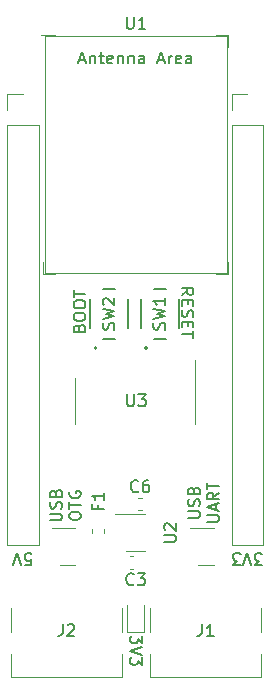
<source format=gbr>
%TF.GenerationSoftware,KiCad,Pcbnew,(6.0.9)*%
%TF.CreationDate,2022-11-21T22:18:44+02:00*%
%TF.ProjectId,esp32s2_devboard,65737033-3273-4325-9f64-6576626f6172,rev?*%
%TF.SameCoordinates,Original*%
%TF.FileFunction,Legend,Top*%
%TF.FilePolarity,Positive*%
%FSLAX46Y46*%
G04 Gerber Fmt 4.6, Leading zero omitted, Abs format (unit mm)*
G04 Created by KiCad (PCBNEW (6.0.9)) date 2022-11-21 22:18:44*
%MOMM*%
%LPD*%
G01*
G04 APERTURE LIST*
%ADD10C,0.150000*%
%ADD11C,0.120000*%
%ADD12C,0.127000*%
G04 APERTURE END LIST*
D10*
X166442619Y-65472619D02*
X166918809Y-65139285D01*
X166442619Y-64901190D02*
X167442619Y-64901190D01*
X167442619Y-65282142D01*
X167395000Y-65377380D01*
X167347380Y-65425000D01*
X167252142Y-65472619D01*
X167109285Y-65472619D01*
X167014047Y-65425000D01*
X166966428Y-65377380D01*
X166918809Y-65282142D01*
X166918809Y-64901190D01*
X166966428Y-65901190D02*
X166966428Y-66234523D01*
X166442619Y-66377380D02*
X166442619Y-65901190D01*
X167442619Y-65901190D01*
X167442619Y-66377380D01*
X166490238Y-66758333D02*
X166442619Y-66901190D01*
X166442619Y-67139285D01*
X166490238Y-67234523D01*
X166537857Y-67282142D01*
X166633095Y-67329761D01*
X166728333Y-67329761D01*
X166823571Y-67282142D01*
X166871190Y-67234523D01*
X166918809Y-67139285D01*
X166966428Y-66948809D01*
X167014047Y-66853571D01*
X167061666Y-66805952D01*
X167156904Y-66758333D01*
X167252142Y-66758333D01*
X167347380Y-66805952D01*
X167395000Y-66853571D01*
X167442619Y-66948809D01*
X167442619Y-67186904D01*
X167395000Y-67329761D01*
X166966428Y-67758333D02*
X166966428Y-68091666D01*
X166442619Y-68234523D02*
X166442619Y-67758333D01*
X167442619Y-67758333D01*
X167442619Y-68234523D01*
X167442619Y-68520238D02*
X167442619Y-69091666D01*
X166442619Y-68805952D02*
X167442619Y-68805952D01*
X173238095Y-88347619D02*
X172619047Y-88347619D01*
X172952380Y-87966666D01*
X172809523Y-87966666D01*
X172714285Y-87919047D01*
X172666666Y-87871428D01*
X172619047Y-87776190D01*
X172619047Y-87538095D01*
X172666666Y-87442857D01*
X172714285Y-87395238D01*
X172809523Y-87347619D01*
X173095238Y-87347619D01*
X173190476Y-87395238D01*
X173238095Y-87442857D01*
X172333333Y-88347619D02*
X172000000Y-87347619D01*
X171666666Y-88347619D01*
X171428571Y-88347619D02*
X170809523Y-88347619D01*
X171142857Y-87966666D01*
X171000000Y-87966666D01*
X170904761Y-87919047D01*
X170857142Y-87871428D01*
X170809523Y-87776190D01*
X170809523Y-87538095D01*
X170857142Y-87442857D01*
X170904761Y-87395238D01*
X171000000Y-87347619D01*
X171285714Y-87347619D01*
X171380952Y-87395238D01*
X171428571Y-87442857D01*
X153190476Y-88347619D02*
X153666666Y-88347619D01*
X153714285Y-87871428D01*
X153666666Y-87919047D01*
X153571428Y-87966666D01*
X153333333Y-87966666D01*
X153238095Y-87919047D01*
X153190476Y-87871428D01*
X153142857Y-87776190D01*
X153142857Y-87538095D01*
X153190476Y-87442857D01*
X153238095Y-87395238D01*
X153333333Y-87347619D01*
X153571428Y-87347619D01*
X153666666Y-87395238D01*
X153714285Y-87442857D01*
X152857142Y-88347619D02*
X152523809Y-87347619D01*
X152190476Y-88347619D01*
X163107619Y-94361904D02*
X163107619Y-94980952D01*
X162726666Y-94647619D01*
X162726666Y-94790476D01*
X162679047Y-94885714D01*
X162631428Y-94933333D01*
X162536190Y-94980952D01*
X162298095Y-94980952D01*
X162202857Y-94933333D01*
X162155238Y-94885714D01*
X162107619Y-94790476D01*
X162107619Y-94504761D01*
X162155238Y-94409523D01*
X162202857Y-94361904D01*
X163107619Y-95266666D02*
X162107619Y-95600000D01*
X163107619Y-95933333D01*
X163107619Y-96171428D02*
X163107619Y-96790476D01*
X162726666Y-96457142D01*
X162726666Y-96600000D01*
X162679047Y-96695238D01*
X162631428Y-96742857D01*
X162536190Y-96790476D01*
X162298095Y-96790476D01*
X162202857Y-96742857D01*
X162155238Y-96695238D01*
X162107619Y-96600000D01*
X162107619Y-96314285D01*
X162155238Y-96219047D01*
X162202857Y-96171428D01*
X166997380Y-84361904D02*
X167806904Y-84361904D01*
X167902142Y-84314285D01*
X167949761Y-84266666D01*
X167997380Y-84171428D01*
X167997380Y-83980952D01*
X167949761Y-83885714D01*
X167902142Y-83838095D01*
X167806904Y-83790476D01*
X166997380Y-83790476D01*
X167949761Y-83361904D02*
X167997380Y-83219047D01*
X167997380Y-82980952D01*
X167949761Y-82885714D01*
X167902142Y-82838095D01*
X167806904Y-82790476D01*
X167711666Y-82790476D01*
X167616428Y-82838095D01*
X167568809Y-82885714D01*
X167521190Y-82980952D01*
X167473571Y-83171428D01*
X167425952Y-83266666D01*
X167378333Y-83314285D01*
X167283095Y-83361904D01*
X167187857Y-83361904D01*
X167092619Y-83314285D01*
X167045000Y-83266666D01*
X166997380Y-83171428D01*
X166997380Y-82933333D01*
X167045000Y-82790476D01*
X167473571Y-82028571D02*
X167521190Y-81885714D01*
X167568809Y-81838095D01*
X167664047Y-81790476D01*
X167806904Y-81790476D01*
X167902142Y-81838095D01*
X167949761Y-81885714D01*
X167997380Y-81980952D01*
X167997380Y-82361904D01*
X166997380Y-82361904D01*
X166997380Y-82028571D01*
X167045000Y-81933333D01*
X167092619Y-81885714D01*
X167187857Y-81838095D01*
X167283095Y-81838095D01*
X167378333Y-81885714D01*
X167425952Y-81933333D01*
X167473571Y-82028571D01*
X167473571Y-82361904D01*
X168607380Y-84695238D02*
X169416904Y-84695238D01*
X169512142Y-84647619D01*
X169559761Y-84600000D01*
X169607380Y-84504761D01*
X169607380Y-84314285D01*
X169559761Y-84219047D01*
X169512142Y-84171428D01*
X169416904Y-84123809D01*
X168607380Y-84123809D01*
X169321666Y-83695238D02*
X169321666Y-83219047D01*
X169607380Y-83790476D02*
X168607380Y-83457142D01*
X169607380Y-83123809D01*
X169607380Y-82219047D02*
X169131190Y-82552380D01*
X169607380Y-82790476D02*
X168607380Y-82790476D01*
X168607380Y-82409523D01*
X168655000Y-82314285D01*
X168702619Y-82266666D01*
X168797857Y-82219047D01*
X168940714Y-82219047D01*
X169035952Y-82266666D01*
X169083571Y-82314285D01*
X169131190Y-82409523D01*
X169131190Y-82790476D01*
X168607380Y-81933333D02*
X168607380Y-81361904D01*
X169607380Y-81647619D02*
X168607380Y-81647619D01*
X157773571Y-68282142D02*
X157821190Y-68139285D01*
X157868809Y-68091666D01*
X157964047Y-68044047D01*
X158106904Y-68044047D01*
X158202142Y-68091666D01*
X158249761Y-68139285D01*
X158297380Y-68234523D01*
X158297380Y-68615476D01*
X157297380Y-68615476D01*
X157297380Y-68282142D01*
X157345000Y-68186904D01*
X157392619Y-68139285D01*
X157487857Y-68091666D01*
X157583095Y-68091666D01*
X157678333Y-68139285D01*
X157725952Y-68186904D01*
X157773571Y-68282142D01*
X157773571Y-68615476D01*
X157297380Y-67425000D02*
X157297380Y-67234523D01*
X157345000Y-67139285D01*
X157440238Y-67044047D01*
X157630714Y-66996428D01*
X157964047Y-66996428D01*
X158154523Y-67044047D01*
X158249761Y-67139285D01*
X158297380Y-67234523D01*
X158297380Y-67425000D01*
X158249761Y-67520238D01*
X158154523Y-67615476D01*
X157964047Y-67663095D01*
X157630714Y-67663095D01*
X157440238Y-67615476D01*
X157345000Y-67520238D01*
X157297380Y-67425000D01*
X157297380Y-66377380D02*
X157297380Y-66186904D01*
X157345000Y-66091666D01*
X157440238Y-65996428D01*
X157630714Y-65948809D01*
X157964047Y-65948809D01*
X158154523Y-65996428D01*
X158249761Y-66091666D01*
X158297380Y-66186904D01*
X158297380Y-66377380D01*
X158249761Y-66472619D01*
X158154523Y-66567857D01*
X157964047Y-66615476D01*
X157630714Y-66615476D01*
X157440238Y-66567857D01*
X157345000Y-66472619D01*
X157297380Y-66377380D01*
X157297380Y-65663095D02*
X157297380Y-65091666D01*
X158297380Y-65377380D02*
X157297380Y-65377380D01*
X155297380Y-84561904D02*
X156106904Y-84561904D01*
X156202142Y-84514285D01*
X156249761Y-84466666D01*
X156297380Y-84371428D01*
X156297380Y-84180952D01*
X156249761Y-84085714D01*
X156202142Y-84038095D01*
X156106904Y-83990476D01*
X155297380Y-83990476D01*
X156249761Y-83561904D02*
X156297380Y-83419047D01*
X156297380Y-83180952D01*
X156249761Y-83085714D01*
X156202142Y-83038095D01*
X156106904Y-82990476D01*
X156011666Y-82990476D01*
X155916428Y-83038095D01*
X155868809Y-83085714D01*
X155821190Y-83180952D01*
X155773571Y-83371428D01*
X155725952Y-83466666D01*
X155678333Y-83514285D01*
X155583095Y-83561904D01*
X155487857Y-83561904D01*
X155392619Y-83514285D01*
X155345000Y-83466666D01*
X155297380Y-83371428D01*
X155297380Y-83133333D01*
X155345000Y-82990476D01*
X155773571Y-82228571D02*
X155821190Y-82085714D01*
X155868809Y-82038095D01*
X155964047Y-81990476D01*
X156106904Y-81990476D01*
X156202142Y-82038095D01*
X156249761Y-82085714D01*
X156297380Y-82180952D01*
X156297380Y-82561904D01*
X155297380Y-82561904D01*
X155297380Y-82228571D01*
X155345000Y-82133333D01*
X155392619Y-82085714D01*
X155487857Y-82038095D01*
X155583095Y-82038095D01*
X155678333Y-82085714D01*
X155725952Y-82133333D01*
X155773571Y-82228571D01*
X155773571Y-82561904D01*
X156907380Y-84276190D02*
X156907380Y-84085714D01*
X156955000Y-83990476D01*
X157050238Y-83895238D01*
X157240714Y-83847619D01*
X157574047Y-83847619D01*
X157764523Y-83895238D01*
X157859761Y-83990476D01*
X157907380Y-84085714D01*
X157907380Y-84276190D01*
X157859761Y-84371428D01*
X157764523Y-84466666D01*
X157574047Y-84514285D01*
X157240714Y-84514285D01*
X157050238Y-84466666D01*
X156955000Y-84371428D01*
X156907380Y-84276190D01*
X156907380Y-83561904D02*
X156907380Y-82990476D01*
X157907380Y-83276190D02*
X156907380Y-83276190D01*
X156955000Y-82133333D02*
X156907380Y-82228571D01*
X156907380Y-82371428D01*
X156955000Y-82514285D01*
X157050238Y-82609523D01*
X157145476Y-82657142D01*
X157335952Y-82704761D01*
X157478809Y-82704761D01*
X157669285Y-82657142D01*
X157764523Y-82609523D01*
X157859761Y-82514285D01*
X157907380Y-82371428D01*
X157907380Y-82276190D01*
X157859761Y-82133333D01*
X157812142Y-82085714D01*
X157478809Y-82085714D01*
X157478809Y-82276190D01*
%TO.C,F1*%
X159328571Y-83283333D02*
X159328571Y-83616666D01*
X159852380Y-83616666D02*
X158852380Y-83616666D01*
X158852380Y-83140476D01*
X159852380Y-82235714D02*
X159852380Y-82807142D01*
X159852380Y-82521428D02*
X158852380Y-82521428D01*
X158995238Y-82616666D01*
X159090476Y-82711904D01*
X159138095Y-82807142D01*
%TO.C,C6*%
X162755833Y-82074643D02*
X162708214Y-82122262D01*
X162565357Y-82169881D01*
X162470119Y-82169881D01*
X162327261Y-82122262D01*
X162232023Y-82027024D01*
X162184404Y-81931786D01*
X162136785Y-81741310D01*
X162136785Y-81598453D01*
X162184404Y-81407977D01*
X162232023Y-81312739D01*
X162327261Y-81217501D01*
X162470119Y-81169881D01*
X162565357Y-81169881D01*
X162708214Y-81217501D01*
X162755833Y-81265120D01*
X163612976Y-81169881D02*
X163422500Y-81169881D01*
X163327261Y-81217501D01*
X163279642Y-81265120D01*
X163184404Y-81407977D01*
X163136785Y-81598453D01*
X163136785Y-81979405D01*
X163184404Y-82074643D01*
X163232023Y-82122262D01*
X163327261Y-82169881D01*
X163517738Y-82169881D01*
X163612976Y-82122262D01*
X163660595Y-82074643D01*
X163708214Y-81979405D01*
X163708214Y-81741310D01*
X163660595Y-81646072D01*
X163612976Y-81598453D01*
X163517738Y-81550834D01*
X163327261Y-81550834D01*
X163232023Y-81598453D01*
X163184404Y-81646072D01*
X163136785Y-81741310D01*
%TO.C,C3*%
X162383333Y-89957142D02*
X162335714Y-90004761D01*
X162192857Y-90052380D01*
X162097619Y-90052380D01*
X161954761Y-90004761D01*
X161859523Y-89909523D01*
X161811904Y-89814285D01*
X161764285Y-89623809D01*
X161764285Y-89480952D01*
X161811904Y-89290476D01*
X161859523Y-89195238D01*
X161954761Y-89100000D01*
X162097619Y-89052380D01*
X162192857Y-89052380D01*
X162335714Y-89100000D01*
X162383333Y-89147619D01*
X162716666Y-89052380D02*
X163335714Y-89052380D01*
X163002380Y-89433333D01*
X163145238Y-89433333D01*
X163240476Y-89480952D01*
X163288095Y-89528571D01*
X163335714Y-89623809D01*
X163335714Y-89861904D01*
X163288095Y-89957142D01*
X163240476Y-90004761D01*
X163145238Y-90052380D01*
X162859523Y-90052380D01*
X162764285Y-90004761D01*
X162716666Y-89957142D01*
%TO.C,SW2*%
X160700405Y-68405454D02*
X160748100Y-68262370D01*
X160748100Y-68023896D01*
X160700405Y-67928506D01*
X160652711Y-67880811D01*
X160557321Y-67833116D01*
X160461931Y-67833116D01*
X160366542Y-67880811D01*
X160318847Y-67928506D01*
X160271152Y-68023896D01*
X160223457Y-68214675D01*
X160175762Y-68310065D01*
X160128068Y-68357759D01*
X160032678Y-68405454D01*
X159937288Y-68405454D01*
X159841899Y-68357759D01*
X159794204Y-68310065D01*
X159746509Y-68214675D01*
X159746509Y-67976201D01*
X159794204Y-67833116D01*
X159746509Y-67499253D02*
X160748100Y-67260779D01*
X160032678Y-67070000D01*
X160748100Y-66879220D01*
X159746509Y-66640746D01*
X159841899Y-66306883D02*
X159794204Y-66259188D01*
X159746509Y-66163798D01*
X159746509Y-65925324D01*
X159794204Y-65829934D01*
X159841899Y-65782240D01*
X159937288Y-65734545D01*
X160032678Y-65734545D01*
X160175762Y-65782240D01*
X160748100Y-66354577D01*
X160748100Y-65734545D01*
%TO.C,U2*%
X164952380Y-86394404D02*
X165761904Y-86394404D01*
X165857142Y-86346785D01*
X165904761Y-86299166D01*
X165952380Y-86203928D01*
X165952380Y-86013452D01*
X165904761Y-85918214D01*
X165857142Y-85870595D01*
X165761904Y-85822976D01*
X164952380Y-85822976D01*
X165047619Y-85394404D02*
X165000000Y-85346785D01*
X164952380Y-85251547D01*
X164952380Y-85013452D01*
X165000000Y-84918214D01*
X165047619Y-84870595D01*
X165142857Y-84822976D01*
X165238095Y-84822976D01*
X165380952Y-84870595D01*
X165952380Y-85442023D01*
X165952380Y-84822976D01*
%TO.C,U3*%
X161833095Y-73897380D02*
X161833095Y-74706904D01*
X161880714Y-74802142D01*
X161928333Y-74849761D01*
X162023571Y-74897380D01*
X162214047Y-74897380D01*
X162309285Y-74849761D01*
X162356904Y-74802142D01*
X162404523Y-74706904D01*
X162404523Y-73897380D01*
X162785476Y-73897380D02*
X163404523Y-73897380D01*
X163071190Y-74278333D01*
X163214047Y-74278333D01*
X163309285Y-74325952D01*
X163356904Y-74373571D01*
X163404523Y-74468809D01*
X163404523Y-74706904D01*
X163356904Y-74802142D01*
X163309285Y-74849761D01*
X163214047Y-74897380D01*
X162928333Y-74897380D01*
X162833095Y-74849761D01*
X162785476Y-74802142D01*
%TO.C,J2*%
X156356666Y-93357379D02*
X156356666Y-94071665D01*
X156309047Y-94214522D01*
X156213809Y-94309760D01*
X156070952Y-94357379D01*
X155975714Y-94357379D01*
X156785238Y-93452618D02*
X156832857Y-93404999D01*
X156928095Y-93357379D01*
X157166190Y-93357379D01*
X157261428Y-93404999D01*
X157309047Y-93452618D01*
X157356666Y-93547856D01*
X157356666Y-93643094D01*
X157309047Y-93785951D01*
X156737619Y-94357379D01*
X157356666Y-94357379D01*
%TO.C,J1*%
X168166666Y-93357379D02*
X168166666Y-94071665D01*
X168119047Y-94214522D01*
X168023809Y-94309760D01*
X167880952Y-94357379D01*
X167785714Y-94357379D01*
X169166666Y-94357379D02*
X168595238Y-94357379D01*
X168880952Y-94357379D02*
X168880952Y-93357379D01*
X168785714Y-93500237D01*
X168690476Y-93595475D01*
X168595238Y-93643094D01*
%TO.C,U1*%
X161798095Y-41932380D02*
X161798095Y-42741904D01*
X161845714Y-42837142D01*
X161893333Y-42884761D01*
X161988571Y-42932380D01*
X162179047Y-42932380D01*
X162274285Y-42884761D01*
X162321904Y-42837142D01*
X162369523Y-42741904D01*
X162369523Y-41932380D01*
X163369523Y-42932380D02*
X162798095Y-42932380D01*
X163083809Y-42932380D02*
X163083809Y-41932380D01*
X162988571Y-42075238D01*
X162893333Y-42170476D01*
X162798095Y-42218095D01*
X157798095Y-45596666D02*
X158274285Y-45596666D01*
X157702857Y-45882380D02*
X158036190Y-44882380D01*
X158369523Y-45882380D01*
X158702857Y-45215714D02*
X158702857Y-45882380D01*
X158702857Y-45310952D02*
X158750476Y-45263333D01*
X158845714Y-45215714D01*
X158988571Y-45215714D01*
X159083809Y-45263333D01*
X159131428Y-45358571D01*
X159131428Y-45882380D01*
X159464761Y-45215714D02*
X159845714Y-45215714D01*
X159607619Y-44882380D02*
X159607619Y-45739523D01*
X159655238Y-45834761D01*
X159750476Y-45882380D01*
X159845714Y-45882380D01*
X160560000Y-45834761D02*
X160464761Y-45882380D01*
X160274285Y-45882380D01*
X160179047Y-45834761D01*
X160131428Y-45739523D01*
X160131428Y-45358571D01*
X160179047Y-45263333D01*
X160274285Y-45215714D01*
X160464761Y-45215714D01*
X160560000Y-45263333D01*
X160607619Y-45358571D01*
X160607619Y-45453809D01*
X160131428Y-45549047D01*
X161036190Y-45215714D02*
X161036190Y-45882380D01*
X161036190Y-45310952D02*
X161083809Y-45263333D01*
X161179047Y-45215714D01*
X161321904Y-45215714D01*
X161417142Y-45263333D01*
X161464761Y-45358571D01*
X161464761Y-45882380D01*
X161940952Y-45215714D02*
X161940952Y-45882380D01*
X161940952Y-45310952D02*
X161988571Y-45263333D01*
X162083809Y-45215714D01*
X162226666Y-45215714D01*
X162321904Y-45263333D01*
X162369523Y-45358571D01*
X162369523Y-45882380D01*
X163274285Y-45882380D02*
X163274285Y-45358571D01*
X163226666Y-45263333D01*
X163131428Y-45215714D01*
X162940952Y-45215714D01*
X162845714Y-45263333D01*
X163274285Y-45834761D02*
X163179047Y-45882380D01*
X162940952Y-45882380D01*
X162845714Y-45834761D01*
X162798095Y-45739523D01*
X162798095Y-45644285D01*
X162845714Y-45549047D01*
X162940952Y-45501428D01*
X163179047Y-45501428D01*
X163274285Y-45453809D01*
X164464761Y-45596666D02*
X164940952Y-45596666D01*
X164369523Y-45882380D02*
X164702857Y-44882380D01*
X165036190Y-45882380D01*
X165369523Y-45882380D02*
X165369523Y-45215714D01*
X165369523Y-45406190D02*
X165417142Y-45310952D01*
X165464761Y-45263333D01*
X165560000Y-45215714D01*
X165655238Y-45215714D01*
X166369523Y-45834761D02*
X166274285Y-45882380D01*
X166083809Y-45882380D01*
X165988571Y-45834761D01*
X165940952Y-45739523D01*
X165940952Y-45358571D01*
X165988571Y-45263333D01*
X166083809Y-45215714D01*
X166274285Y-45215714D01*
X166369523Y-45263333D01*
X166417142Y-45358571D01*
X166417142Y-45453809D01*
X165940952Y-45549047D01*
X167274285Y-45882380D02*
X167274285Y-45358571D01*
X167226666Y-45263333D01*
X167131428Y-45215714D01*
X166940952Y-45215714D01*
X166845714Y-45263333D01*
X167274285Y-45834761D02*
X167179047Y-45882380D01*
X166940952Y-45882380D01*
X166845714Y-45834761D01*
X166798095Y-45739523D01*
X166798095Y-45644285D01*
X166845714Y-45549047D01*
X166940952Y-45501428D01*
X167179047Y-45501428D01*
X167274285Y-45453809D01*
%TO.C,SW1*%
X165000405Y-68405453D02*
X165048100Y-68262369D01*
X165048100Y-68023895D01*
X165000405Y-67928505D01*
X164952711Y-67880810D01*
X164857321Y-67833115D01*
X164761931Y-67833115D01*
X164666542Y-67880810D01*
X164618847Y-67928505D01*
X164571152Y-68023895D01*
X164523457Y-68214674D01*
X164475762Y-68310064D01*
X164428068Y-68357758D01*
X164332678Y-68405453D01*
X164237288Y-68405453D01*
X164141899Y-68357758D01*
X164094204Y-68310064D01*
X164046509Y-68214674D01*
X164046509Y-67976200D01*
X164094204Y-67833115D01*
X164046509Y-67499252D02*
X165048100Y-67260778D01*
X164332678Y-67069999D01*
X165048100Y-66879219D01*
X164046509Y-66640745D01*
X165048100Y-65734544D02*
X165048100Y-66306882D01*
X165048100Y-66020713D02*
X164046509Y-66020713D01*
X164189594Y-66116102D01*
X164284983Y-66211492D01*
X164332678Y-66306882D01*
D11*
%TO.C,D2*%
X156140000Y-88364999D02*
X157440000Y-88364999D01*
X157440000Y-85244999D02*
X155440000Y-85244999D01*
%TO.C,F1*%
X158890000Y-85612779D02*
X158890000Y-85287221D01*
X159910000Y-85612779D02*
X159910000Y-85287221D01*
%TO.C,C6*%
X163063080Y-83667501D02*
X162781920Y-83667501D01*
X163063080Y-82647501D02*
X162781920Y-82647501D01*
%TO.C,C3*%
X162056920Y-88642500D02*
X162338080Y-88642500D01*
X162056920Y-87622500D02*
X162338080Y-87622500D01*
%TO.C,D1*%
X167850000Y-88364999D02*
X169150000Y-88364999D01*
X169150000Y-85244999D02*
X167150000Y-85244999D01*
D12*
%TO.C,SW2*%
X159795000Y-64970000D02*
X160795000Y-64970000D01*
X159795000Y-69170000D02*
X160795000Y-69170000D01*
X161895000Y-68320000D02*
X161895000Y-65820000D01*
X158695000Y-68320000D02*
X158695000Y-65820000D01*
X159256803Y-69970000D02*
G75*
G03*
X159256803Y-69970000I-111803J0D01*
G01*
X159195000Y-69920000D02*
G75*
G03*
X159195000Y-69920000I-50000J0D01*
G01*
D11*
%TO.C,U2*%
X162560000Y-87172500D02*
X163360000Y-87172500D01*
X162560000Y-84052500D02*
X163360000Y-84052500D01*
X162560000Y-84052500D02*
X160760000Y-84052500D01*
X162560000Y-87172500D02*
X161760000Y-87172500D01*
%TO.C,D3*%
X161825000Y-91717499D02*
X161825000Y-94002499D01*
X161825000Y-94002499D02*
X163295000Y-94002499D01*
X163295000Y-94002499D02*
X163295000Y-91717499D01*
%TO.C,U3*%
X167560000Y-74445000D02*
X167560000Y-70995000D01*
X157440000Y-74445000D02*
X157440000Y-72495000D01*
X157440000Y-74445000D02*
X157440000Y-76395000D01*
X167560000Y-74445000D02*
X167560000Y-76395000D01*
%TO.C,J2*%
X151990000Y-97804999D02*
X161390000Y-97804999D01*
X161390000Y-92004999D02*
X161390000Y-94004999D01*
X151990000Y-95904999D02*
X151990000Y-97804999D01*
X151990000Y-92004999D02*
X151990000Y-94004999D01*
X161390000Y-95904999D02*
X161390000Y-97804999D01*
%TO.C,J4*%
X170670000Y-49800000D02*
X170670000Y-48470000D01*
X170670000Y-51070000D02*
X170670000Y-86690000D01*
X173330000Y-51070000D02*
X173330000Y-86690000D01*
X170670000Y-51070000D02*
X173330000Y-51070000D01*
X170670000Y-48470000D02*
X172000000Y-48470000D01*
X170670000Y-86690000D02*
X173330000Y-86690000D01*
%TO.C,J1*%
X163800000Y-92004999D02*
X163800000Y-94004999D01*
X163800000Y-95904999D02*
X163800000Y-97804999D01*
X173200000Y-95904999D02*
X173200000Y-97804999D01*
X173200000Y-92004999D02*
X173200000Y-94004999D01*
X163800000Y-97804999D02*
X173200000Y-97804999D01*
%TO.C,U1*%
X169360000Y-43430000D02*
X170410000Y-43430000D01*
X170410000Y-43430000D02*
X170410000Y-44480000D01*
X155760000Y-43430000D02*
X154560000Y-43430000D01*
X170260000Y-43580000D02*
X170260000Y-48180000D01*
X154860000Y-43580000D02*
X170260000Y-43580000D01*
X155760000Y-63730000D02*
X154710000Y-63730000D01*
X170260000Y-48180000D02*
X170260000Y-63580000D01*
X170260000Y-63580000D02*
X154860000Y-63580000D01*
X169360000Y-63730000D02*
X170410000Y-63730000D01*
X154860000Y-43580000D02*
X154860000Y-48180000D01*
X154710000Y-63730000D02*
X154710000Y-62680000D01*
X154860000Y-63580000D02*
X154860000Y-48180000D01*
X170410000Y-63730000D02*
X170410000Y-62680000D01*
%TO.C,J3*%
X151670000Y-48470000D02*
X153000000Y-48470000D01*
X154330000Y-51070000D02*
X154330000Y-86690000D01*
X151670000Y-49800000D02*
X151670000Y-48470000D01*
X151670000Y-51070000D02*
X151670000Y-86690000D01*
X151670000Y-51070000D02*
X154330000Y-51070000D01*
X151670000Y-86690000D02*
X154330000Y-86690000D01*
D12*
%TO.C,SW1*%
X164095000Y-64969999D02*
X165095000Y-64969999D01*
X164095000Y-69169999D02*
X165095000Y-69169999D01*
X166195000Y-68319999D02*
X166195000Y-65819999D01*
X162995000Y-68319999D02*
X162995000Y-65819999D01*
X163495000Y-69919999D02*
G75*
G03*
X163495000Y-69919999I-50000J0D01*
G01*
X163556803Y-69969999D02*
G75*
G03*
X163556803Y-69969999I-111803J0D01*
G01*
%TD*%
M02*

</source>
